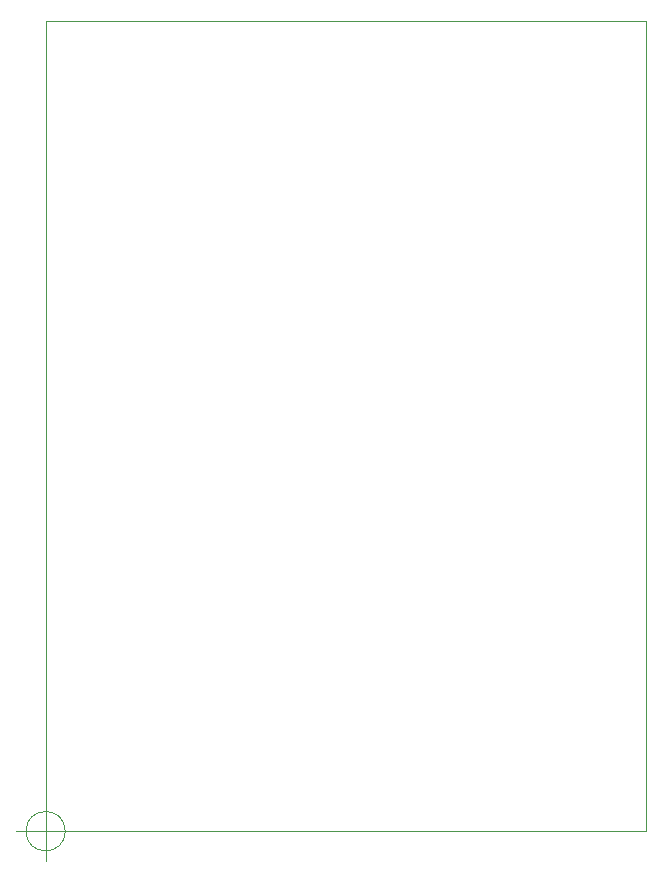
<source format=gbr>
%TF.GenerationSoftware,KiCad,Pcbnew,5.1.5-1.fc31*%
%TF.CreationDate,2020-02-20T13:23:54+01:00*%
%TF.ProjectId,board-2,626f6172-642d-4322-9e6b-696361645f70,1.0*%
%TF.SameCoordinates,PX5e78920PY70a3730*%
%TF.FileFunction,Profile,NP*%
%FSLAX46Y46*%
G04 Gerber Fmt 4.6, Leading zero omitted, Abs format (unit mm)*
G04 Created by KiCad (PCBNEW 5.1.5-1.fc31) date 2020-02-20 13:23:54*
%MOMM*%
%LPD*%
G04 APERTURE LIST*
%ADD10C,0.050000*%
G04 APERTURE END LIST*
D10*
X1666666Y0D02*
G75*
G03X1666666Y0I-1666666J0D01*
G01*
X-2500000Y0D02*
X2500000Y0D01*
X0Y2500000D02*
X0Y-2500000D01*
X0Y68580000D02*
X0Y0D01*
X50800000Y68580000D02*
X0Y68580000D01*
X50800000Y0D02*
X50800000Y68580000D01*
X0Y0D02*
X50800000Y0D01*
M02*

</source>
